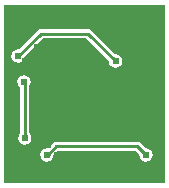
<source format=gbl>
%FSLAX24Y24*%
%MOIN*%
G70*
G01*
G75*
G04 Layer_Physical_Order=2*
G04 Layer_Color=16711680*
%ADD10R,0.0197X0.0256*%
%ADD11R,0.0197X0.0236*%
%ADD12R,0.0236X0.0197*%
%ADD13R,0.0400X0.0370*%
G04:AMPARAMS|DCode=14|XSize=47.2mil|YSize=43.3mil|CornerRadius=0mil|HoleSize=0mil|Usage=FLASHONLY|Rotation=225.000|XOffset=0mil|YOffset=0mil|HoleType=Round|Shape=Rectangle|*
%AMROTATEDRECTD14*
4,1,4,0.0014,0.0320,0.0320,0.0014,-0.0014,-0.0320,-0.0320,-0.0014,0.0014,0.0320,0.0*
%
%ADD14ROTATEDRECTD14*%

%ADD15O,0.0256X0.0079*%
%ADD16O,0.0079X0.0256*%
%ADD17R,0.1850X0.1850*%
G04:AMPARAMS|DCode=18|XSize=19.7mil|YSize=23.6mil|CornerRadius=0mil|HoleSize=0mil|Usage=FLASHONLY|Rotation=225.000|XOffset=0mil|YOffset=0mil|HoleType=Round|Shape=Rectangle|*
%AMROTATEDRECTD18*
4,1,4,-0.0014,0.0153,0.0153,-0.0014,0.0014,-0.0153,-0.0153,0.0014,-0.0014,0.0153,0.0*
%
%ADD18ROTATEDRECTD18*%

%ADD19C,0.0080*%
%ADD20C,0.0370*%
%ADD21C,0.0090*%
%ADD22C,0.0060*%
%ADD23C,0.0240*%
%ADD24C,0.0260*%
G36*
X2668Y-2427D02*
X-2697D01*
Y3526D01*
X2668D01*
Y-2427D01*
D02*
G37*
%LPC*%
G36*
X1748Y-1044D02*
X-960D01*
X-1016Y-1055D01*
X-1064Y-1087D01*
X-1232Y-1256D01*
X-1272Y-1248D01*
X-1358Y-1265D01*
X-1431Y-1313D01*
X-1480Y-1386D01*
X-1497Y-1472D01*
X-1480Y-1558D01*
X-1431Y-1630D01*
X-1358Y-1679D01*
X-1272Y-1696D01*
X-1187Y-1679D01*
X-1114Y-1630D01*
X-1065Y-1558D01*
X-1052Y-1494D01*
X-898Y-1340D01*
X1687D01*
X1807Y-1459D01*
X1804Y-1472D01*
X1821Y-1558D01*
X1870Y-1630D01*
X1943Y-1679D01*
X2028Y-1696D01*
X2114Y-1679D01*
X2187Y-1630D01*
X2236Y-1558D01*
X2253Y-1472D01*
X2236Y-1386D01*
X2187Y-1313D01*
X2114Y-1265D01*
X2028Y-1248D01*
X2016Y-1250D01*
X1853Y-1087D01*
X1805Y-1055D01*
X1748Y-1044D01*
D02*
G37*
G36*
X100Y2718D02*
X-1478D01*
X-1534Y2707D01*
X-1582Y2675D01*
X-2217Y2040D01*
X-2230Y2042D01*
X-2315Y2025D01*
X-2388Y1977D01*
X-2437Y1904D01*
X-2454Y1818D01*
X-2437Y1732D01*
X-2388Y1660D01*
X-2315Y1611D01*
X-2230Y1594D01*
X-2144Y1611D01*
X-2071Y1660D01*
X-2022Y1732D01*
X-2005Y1818D01*
X-2008Y1831D01*
X-1416Y2422D01*
X39D01*
X798Y1663D01*
X796Y1650D01*
X813Y1564D01*
X861Y1491D01*
X934Y1443D01*
X1020Y1426D01*
X1106Y1443D01*
X1179Y1491D01*
X1227Y1564D01*
X1244Y1650D01*
X1227Y1736D01*
X1179Y1809D01*
X1106Y1857D01*
X1020Y1874D01*
X1007Y1872D01*
X205Y2675D01*
X157Y2707D01*
X100Y2718D01*
D02*
G37*
G36*
X-2040Y1182D02*
X-2125Y1165D01*
X-2198Y1117D01*
X-2247Y1044D01*
X-2264Y958D01*
X-2247Y872D01*
X-2198Y800D01*
X-2158Y773D01*
Y-754D01*
X-2169Y-761D01*
X-2217Y-834D01*
X-2234Y-920D01*
X-2217Y-1006D01*
X-2169Y-1079D01*
X-2096Y-1127D01*
X-2010Y-1144D01*
X-1924Y-1127D01*
X-1851Y-1079D01*
X-1803Y-1006D01*
X-1786Y-920D01*
X-1803Y-834D01*
X-1851Y-761D01*
X-1862Y-754D01*
Y828D01*
X-1832Y872D01*
X-1815Y958D01*
X-1832Y1044D01*
X-1881Y1117D01*
X-1954Y1165D01*
X-2040Y1182D01*
D02*
G37*
%LPD*%
D21*
X100Y2570D02*
X1020Y1650D01*
X-2230Y1818D02*
X-1478Y2570D01*
X100D01*
X-2010Y-910D02*
Y958D01*
X1748Y-1192D02*
X2028Y-1472D01*
X-1212Y-1445D02*
X-960Y-1192D01*
X1748D01*
D23*
X2550Y-1480D02*
D03*
X1620Y-1480D02*
D03*
X2550Y1550D02*
D03*
Y2290D02*
D03*
Y700D02*
D03*
X1730Y2880D02*
D03*
X-2580Y2130D02*
D03*
X2070Y3400D02*
D03*
X-2580Y3410D02*
D03*
X-2040Y-1270D02*
D03*
X1410Y2250D02*
D03*
X-1230Y-1140D02*
D03*
X1020Y1650D02*
D03*
X-70Y2190D02*
D03*
X-2010Y-920D02*
D03*
X-1590Y2130D02*
D03*
X40Y2980D02*
D03*
X-1590Y3410D02*
D03*
X-2580Y-2310D02*
D03*
X-2580Y-960D02*
D03*
X-1230Y1208D02*
D03*
X-2040Y958D02*
D03*
X-2230Y1818D02*
D03*
X-1990Y1638D02*
D03*
X-2580Y800D02*
D03*
X-1272Y-1472D02*
D03*
X2028Y-1472D02*
D03*
X-920D02*
D03*
X-880Y-2310D02*
D03*
X1620D02*
D03*
X2550D02*
D03*
D24*
X-709Y709D02*
D03*
X-236D02*
D03*
X236D02*
D03*
X709D02*
D03*
X-709Y236D02*
D03*
X-236D02*
D03*
X236D02*
D03*
X709D02*
D03*
X-709Y-236D02*
D03*
X-236D02*
D03*
X236D02*
D03*
X709D02*
D03*
X-709Y-709D02*
D03*
X-236D02*
D03*
X236D02*
D03*
X709D02*
D03*
M02*

</source>
